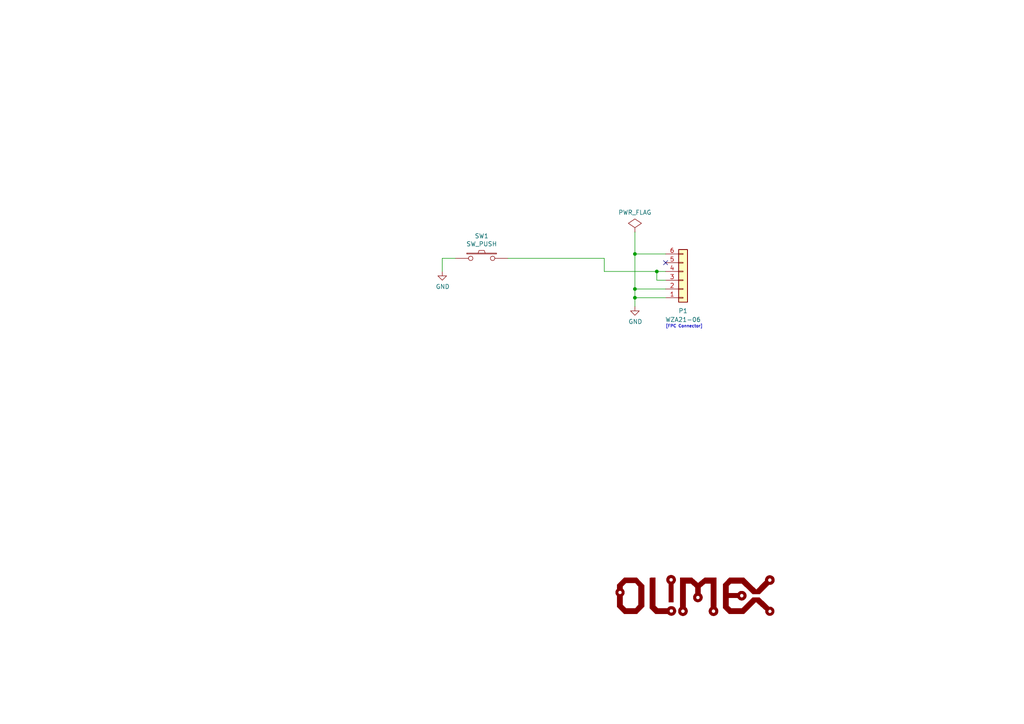
<source format=kicad_sch>
(kicad_sch (version 20211123) (generator eeschema)
  (paper "A4")
  (title_block (title "Power Button for TERES-1") (date "18-03-2022") (rev "A") (company "OLIMEX, Ltd."))
  (lib_symbols
    (symbol "TERES:Conn_01x06" (pin_names (offset 1.016) hide)
      (property "Reference" "J" (at 0 7.62 0))
      (property "Value" "Conn_01x06" (at 0 -10.16 0))
      (symbol "Conn_01x06_1_1"
        (rectangle (start -1.27 -7.493) (end 0 -7.747) (stroke (width 0.1524)))
        (rectangle (start -1.27 -4.953) (end 0 -5.207) (stroke (width 0.1524)))
        (rectangle (start -1.27 -2.413) (end 0 -2.667) (stroke (width 0.1524)))
        (rectangle (start -1.27 0.127) (end 0 -0.127) (stroke (width 0.1524)))
        (rectangle (start -1.27 2.667) (end 0 2.413) (stroke (width 0.1524)))
        (rectangle (start -1.27 5.207) (end 0 4.953) (stroke (width 0.1524)))
        (rectangle (start -1.27 6.35) (end 1.27 -8.89) (stroke (width 0.254)) (fill (type background)))
        (pin passive line (at -5.08 5.08 0) (length 3.81) (name "Pin_1") (number "1"))
        (pin passive line (at -5.08 2.54 0) (length 3.81) (name "Pin_2") (number "2"))
        (pin passive line (at -5.08 0 0) (length 3.81) (name "Pin_3") (number "3"))
        (pin passive line (at -5.08 -2.54 0) (length 3.81) (name "Pin_4") (number "4"))
        (pin passive line (at -5.08 -5.08 0) (length 3.81) (name "Pin_5") (number "5"))
        (pin passive line (at -5.08 -7.62 0) (length 3.81) (name "Pin_6") (number "6"))
      )
    )
    (symbol "TERES:GND" (power) (pin_names (offset 0))
      (property "Value" "GND" (at 0 -3.81 0))
      (symbol "GND_0_1"
        (polyline (pts (xy 0 0) (xy 0 -1.27) (xy 1.27 -1.27) (xy 0 -2.54) (xy -1.27 -1.27) (xy 0 -1.27)))
      )
      (symbol "GND_1_1"
        (pin power_in line (at 0 0 270) (length 0) hide (name "GND") (number "1"))
      )
    )
    (symbol "TERES:PWR_FLAG" (power) (pin_numbers hide) (pin_names (offset 0) hide)
      (property "Value" "PWR_FLAG" (at 0 4.572 0))
      (symbol "PWR_FLAG_0_0"
        (pin power_out line (at 0 0 90) (length 0) (name "pwr") (number "1"))
      )
      (symbol "PWR_FLAG_0_1"
        (polyline (pts (xy 0 0) (xy 0 1.27) (xy -1.905 2.54) (xy 0 3.81) (xy 1.905 2.54) (xy 0 1.27)))
      )
    )
    (symbol "TERES:SW_PUSH" (pin_numbers hide) (pin_names (offset 1.016) hide)
      (property "Reference" "SW" (at 3.81 2.794 0))
      (property "Value" "SW_PUSH" (at 0 -2.032 0))
      (symbol "SW_PUSH_0_1"
        (rectangle (start -4.318 1.27) (end 4.318 1.524))
        (polyline (pts (xy -1.016 1.524) (xy -0.762 2.286) (xy 0.762 2.286) (xy 1.016 1.524)))
        (pin passive inverted (at -7.62 0 0) (length 5.08) (name "1") (number "1"))
        (pin passive inverted (at 7.62 0 180) (length 5.08) (name "2") (number "2"))
      )
    )
  )
  (junction (at 184.15 73.66))
  (junction (at 190.5 78.74))
  (junction (at 184.15 83.82))
  (junction (at 184.15 86.36))
  (no_connect (at 193.04 76.2))
  (wire (pts (xy 193.04 73.66) (xy 184.15 73.66)))
  (wire (pts (xy 184.15 86.36) (xy 184.15 88.9)))
  (wire (pts (xy 190.5 81.28) (xy 190.5 78.74)))
  (wire (pts (xy 184.15 73.66) (xy 184.15 83.82)))
  (wire (pts (xy 193.04 81.28) (xy 190.5 81.28)))
  (wire (pts (xy 193.04 83.82) (xy 184.15 83.82)))
  (wire (pts (xy 184.15 67.31) (xy 184.15 73.66)))
  (wire (pts (xy 175.26 74.93) (xy 175.26 78.74)))
  (wire (pts (xy 175.26 78.74) (xy 190.5 78.74)))
  (wire (pts (xy 184.15 86.36) (xy 193.04 86.36)))
  (wire (pts (xy 184.15 83.82) (xy 184.15 86.36)))
  (wire (pts (xy 190.5 78.74) (xy 193.04 78.74)))
  (wire (pts (xy 128.27 74.93) (xy 128.27 78.74)))
  (wire (pts (xy 132.08 74.93) (xy 128.27 74.93)))
  (wire (pts (xy 147.32 74.93) (xy 175.26 74.93)))
  (image (at 201.93 172.72))
  (text "[FPC Connector]" (at 193.04 95.25 0) (effects (font (size 0.85 0.85)) (justify left bottom)))
  (symbol (lib_id "TERES:SW_PUSH") (at 139.7 74.93 0) (unit 1)
    (property "Reference" "SW1" (at 139.7 68.453 0))
    (property "Value" "SW_PUSH" (at 139.7 70.7644 0))
    (property "Footprint" "OLIMEX_Buttons-FP:tacktil_5x5_teres" (effects hide))
  )
  (symbol (lib_id "TERES:GND") (at 184.15 88.9 0) (unit 1)
    (property "Reference" "#PWR01" (effects hide))
    (property "Value" "GND" (at 184.277 93.2942 0))
  )
  (symbol (lib_id "TERES:GND") (at 128.27 78.74 0) (unit 1)
    (property "Reference" "#PWR02" (effects hide))
    (property "Value" "GND" (at 128.397 83.1342 0))
  )
  (symbol (lib_id "TERES:PWR_FLAG") (at 184.15 67.31 0) (unit 1)
    (property "Reference" "#FLG03" (effects hide))
    (property "Value" "PWR_FLAG" (at 184.15 61.6204 0))
  )
  (symbol (lib_id "TERES:Conn_01x06") (at 198.12 81.28 0) (mirror x) (unit 1)
    (property "Reference" "P1" (at 198.12 90.17 0))
    (property "Value" "WZA21-06" (at 198.12 92.71 0))
    (property "Footprint" "OLIMEX_Connectors-FP:FLEXCON-0.5-6" (effects hide))
  )
)
</source>
